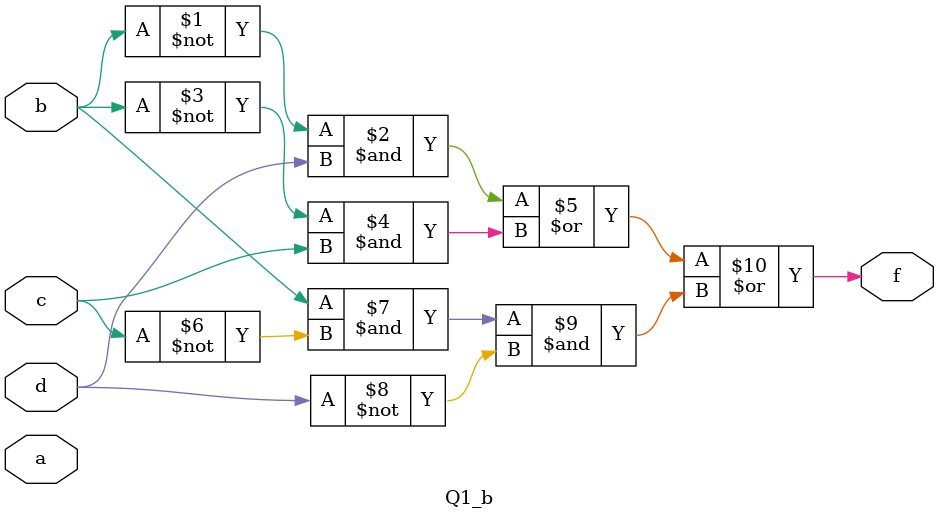
<source format=v>
module Q1_b(a,b,c,d,f);
	input a,b,c,d;
	output f;
	assign f = (~b&d) | (~b&c) | (b&~c&~d);
endmodule
</source>
